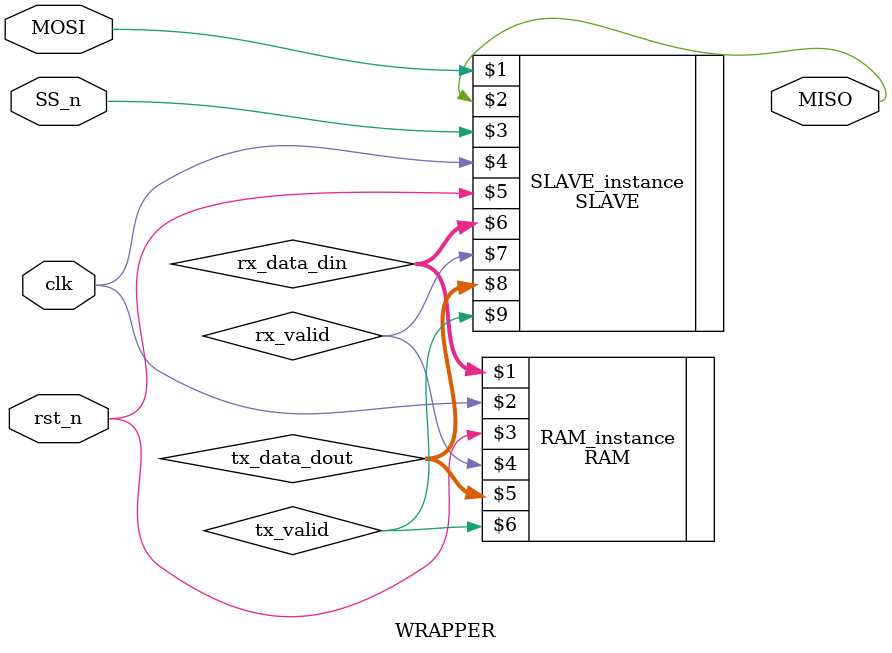
<source format=sv>
module WRAPPER (MOSI,MISO,SS_n,clk,rst_n);

input  MOSI, SS_n, clk, rst_n;
output MISO;

wire [9:0] rx_data_din;
wire       rx_valid;
wire       tx_valid;
wire [7:0] tx_data_dout;

RAM   RAM_instance   (rx_data_din,clk,rst_n,rx_valid,tx_data_dout,tx_valid);
SLAVE SLAVE_instance (MOSI,MISO,SS_n,clk,rst_n,rx_data_din,rx_valid,tx_data_dout,tx_valid);

`ifdef SIM

  property reset_check;
    @(posedge clk) rst_n == 0 |=> (MISO == 0 && rx_valid == 0 && rx_data_din == 0);
  endproperty

  property miso_stable_when_not_read;
    @(posedge clk) disable iff (!rst_n)
      ((!tx_valid) && $fell(SS_n)) |=> (SS_n == 0 && $stable(MISO)) [*11];
  endproperty

  a_reset_check: assert property (reset_check);
  c_reset_check: cover property (reset_check);
  a_miso_stable_when_not_read: assert property (miso_stable_when_not_read);
  c_miso_stable_when_not_read: cover property (miso_stable_when_not_read);

`endif

endmodule
</source>
